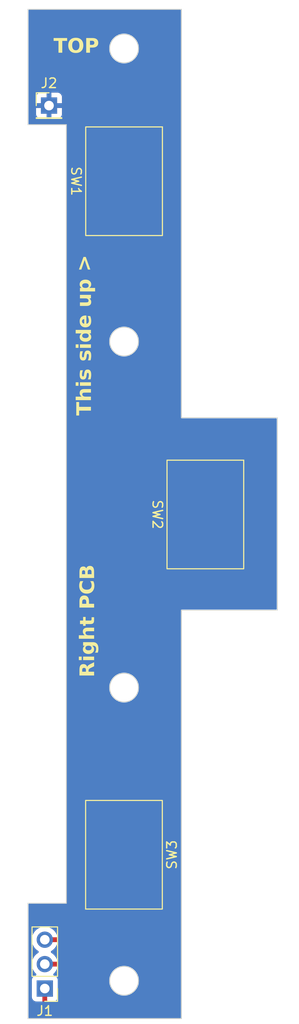
<source format=kicad_pcb>
(kicad_pcb (version 20221018) (generator pcbnew)
  (layers (0 "F.Cu" signal) (31 "B.Cu" signal) (34 "B.Paste" user) (35 "F.Paste" user) (36 "B.SilkS" user "B.Silkscreen") (37 "F.SilkS" user "F.Silkscreen") (38 "B.Mask" user) (39 "F.Mask" user) (44 "Edge.Cuts" user))
  (net 0 "")
  (net 1 "/D8")
  (net 2 "/D5")
  (net 3 "/D2")
  (net 4 "/GND")
  (footprint "Connector_PinHeader_2.54mm:PinHeader_1x03_P2.54mm_Vertical" (layer "F.Cu") (at 123.36 139.605 180)
    (fp_text reference "J1" (at 0 -2.33) (layer "F.SilkS"))
    (fp_text value "Conn_01x03")
    (fp_line (start -1.33 -1.33) (end 0 -1.33) (stroke (width 0.12)) (layer "F.SilkS"))
    (fp_line (start -1.33 0) (end -1.33 -1.33) (stroke (width 0.12)) (layer "F.SilkS"))
    (fp_line (start -1.33 1.27) (end -1.33 6.41) (stroke (width 0.12)) (layer "F.SilkS"))
    (fp_line (start -1.33 1.27) (end 1.33 1.27) (stroke (width 0.12)) (layer "F.SilkS"))
    (fp_line (start -1.33 6.41) (end 1.33 6.41) (stroke (width 0.12)) (layer "F.SilkS"))
    (fp_line (start 1.33 1.27) (end 1.33 6.41) (stroke (width 0.12)) (layer "F.SilkS"))
    (pad "1" thru_hole rect (at 0 0 180) (size 1.7 1.7) (drill 1) (layers "*.Cu" "*.Mask") (net 1 "/D8"))
    (pad "2" thru_hole oval (at 0 2.54 180) (size 1.7 1.7) (drill 1) (layers "*.Cu" "*.Mask") (net 2 "/D5"))
    (pad "3" thru_hole oval (at 0 5.08 180) (size 1.7 1.7) (drill 1) (layers "*.Cu" "*.Mask") (net 3 "/D2"))
  )
  (footprint "Design:Button" (layer "F.Cu") (at 131.63 55.615 -90)
    (fp_text reference "SW1" (at 0 5 -90 unlocked) (layer "F.SilkS"))
    (fp_text value "SW_Push")
    (fp_rect (start -5.65 -4) (end 5.65 4) (stroke (width 0.12)) (fill none) (layer "F.SilkS"))
    (pad "1" smd roundrect (at -7 -2.5 270) (size 3 1.6) (layers "F.Cu" "F.Paste" "F.Mask") (net 4 "/GND"))
    (pad "1" smd roundrect (at 7 -2.5 270) (size 3 1.6) (layers "F.Cu" "F.Paste" "F.Mask") (net 4 "/GND"))
    (pad "2" smd roundrect (at -7 2.5 270) (size 3 1.6) (layers "F.Cu" "F.Paste" "F.Mask") (net 3 "/D2"))
    (pad "2" smd roundrect (at 7 2.5 270) (size 3 1.6) (layers "F.Cu" "F.Paste" "F.Mask") (net 3 "/D2"))
  )
  (footprint "Connector_PinHeader_2.54mm:PinHeader_1x01_P2.54mm_Vertical" (layer "F.Cu") (at 123.8 47.745)
    (fp_text reference "J2" (at 0 -2.33) (layer "F.SilkS"))
    (fp_text value "Conn_01x01")
    (fp_line (start -1.33 -1.33) (end 0 -1.33) (stroke (width 0.12)) (layer "F.SilkS"))
    (fp_line (start -1.33 0) (end -1.33 -1.33) (stroke (width 0.12)) (layer "F.SilkS"))
    (fp_line (start -1.33 1.27) (end -1.33 1.33) (stroke (width 0.12)) (layer "F.SilkS"))
    (fp_line (start -1.33 1.27) (end 1.33 1.27) (stroke (width 0.12)) (layer "F.SilkS"))
    (fp_line (start -1.33 1.33) (end 1.33 1.33) (stroke (width 0.12)) (layer "F.SilkS"))
    (fp_line (start 1.33 1.27) (end 1.33 1.33) (stroke (width 0.12)) (layer "F.SilkS"))
    (pad "1" thru_hole rect (at 0 0) (size 1.7 1.7) (drill 1) (layers "*.Cu" "*.Mask") (net 4 "/GND"))
  )
  (footprint "Design:Button" (layer "F.Cu") (at 131.62 125.685 90)
    (fp_text reference "SW3" (at 0 5 90 unlocked) (layer "F.SilkS"))
    (fp_text value "SW_Push")
    (fp_rect (start -5.65 -4) (end 5.65 4) (stroke (width 0.12)) (fill none) (layer "F.SilkS"))
    (pad "1" smd roundrect (at -7 -2.5 90) (size 3 1.6) (layers "F.Cu" "F.Paste" "F.Mask") (net 4 "/GND"))
    (pad "1" smd roundrect (at 7 -2.5 90) (size 3 1.6) (layers "F.Cu" "F.Paste" "F.Mask") (net 4 "/GND"))
    (pad "2" smd roundrect (at -7 2.5 90) (size 3 1.6) (layers "F.Cu" "F.Paste" "F.Mask") (net 1 "/D8"))
    (pad "2" smd roundrect (at 7 2.5 90) (size 3 1.6) (layers "F.Cu" "F.Paste" "F.Mask") (net 1 "/D8"))
  )
  (footprint "Design:Button" (layer "F.Cu") (at 140.11 90.285 -90)
    (fp_text reference "SW2" (at 0 5 -90 unlocked) (layer "F.SilkS"))
    (fp_text value "SW_Push")
    (fp_rect (start -5.65 -4) (end 5.65 4) (stroke (width 0.12)) (fill none) (layer "F.SilkS"))
    (pad "1" smd roundrect (at -7 -2.5 270) (size 3 1.6) (layers "F.Cu" "F.Paste" "F.Mask") (net 4 "/GND"))
    (pad "1" smd roundrect (at 7 -2.5 270) (size 3 1.6) (layers "F.Cu" "F.Paste" "F.Mask") (net 4 "/GND"))
    (pad "2" smd roundrect (at -7 2.5 270) (size 3 1.6) (layers "F.Cu" "F.Paste" "F.Mask") (net 2 "/D5"))
    (pad "2" smd roundrect (at 7 2.5 270) (size 3 1.6) (layers "F.Cu" "F.Paste" "F.Mask") (net 2 "/D5"))
  )
  (gr_line (start 121.61 130.73) (end 121.61 142.73) (stroke (width 0.1)) (layer "Edge.Cuts"))
  (gr_line (start 147.61 100.23) (end 147.61 80.23) (stroke (width 0.1)) (layer "Edge.Cuts"))
  (gr_line (start 137.61 37.73) (end 121.61 37.73) (stroke (width 0.1)) (layer "Edge.Cuts"))
  (gr_circle (center 131.63 41.805) (end 133.13 41.805) (stroke (width 0.1)) (fill none) (layer "Edge.Cuts"))
  (gr_line (start 125.61 93.23) (end 125.61 130.73) (stroke (width 0.1)) (layer "Edge.Cuts"))
  (gr_circle (center 131.63 138.795) (end 133.13 138.795) (stroke (width 0.1)) (fill none) (layer "Edge.Cuts"))
  (gr_circle (center 131.63 108.295) (end 133.13 108.295) (stroke (width 0.1)) (fill none) (layer "Edge.Cuts"))
  (gr_line (start 121.61 49.73) (end 125.61 49.73) (stroke (width 0.1)) (layer "Edge.Cuts"))
  (gr_line (start 125.61 49.73) (end 125.61 93.23) (stroke (width 0.1)) (layer "Edge.Cuts"))
  (gr_line (start 121.61 37.73) (end 121.61 49.73) (stroke (width 0.1)) (layer "Edge.Cuts"))
  (gr_line (start 121.61 142.73) (end 137.61 142.73) (stroke (width 0.1)) (layer "Edge.Cuts"))
  (gr_circle (center 131.63 72.295) (end 133.13 72.295) (stroke (width 0.1)) (fill none) (layer "Edge.Cuts"))
  (gr_line (start 137.61 100.23) (end 147.61 100.23) (stroke (width 0.1)) (layer "Edge.Cuts"))
  (gr_line (start 137.61 142.73) (end 137.61 100.23) (stroke (width 0.1)) (layer "Edge.Cuts"))
  (gr_line (start 125.61 130.73) (end 121.61 130.73) (stroke (width 0.1)) (layer "Edge.Cuts"))
  (gr_line (start 137.61 80.23) (end 137.61 37.73) (stroke (width 0.1)) (layer "Edge.Cuts"))
  (gr_line (start 147.61 80.23) (end 137.61 80.23) (stroke (width 0.1)) (layer "Edge.Cuts"))
  (gr_text "Right PCB" (at 128.76 107.23 90) (layer "F.SilkS") (effects (font (size 1.5 1.5) (thickness 0.3) bold) (justify left bottom)))
  (gr_text "This side up >" (at 128.43 80 90) (layer "F.SilkS") (effects (font (size 1.5 1.5) (thickness 0.3) bold) (justify left bottom)))
  (gr_text "TOP" (at 124.27 42.5) (layer "F.SilkS") (effects (font (size 1.5 1.5) (thickness 0.3) bold) (justify left bottom)))
  (segment (start 134.12 132.685) (end 134.12 141.025) (width 0.5) (layer "F.Cu") (net 1))
  (segment (start 133.45 141.695) (end 124.11 141.695) (width 0.5) (layer "F.Cu") (net 1))
  (segment (start 134.12 118.685) (end 134.12 132.685) (width 0.5) (layer "F.Cu") (net 1))
  (segment (start 134.12 141.025) (end 133.45 141.695) (width 0.5) (layer "F.Cu") (net 1))
  (segment (start 124.11 141.695) (end 123.36 140.945) (width 0.5) (layer "F.Cu") (net 1))
  (segment (start 123.36 140.945) (end 123.36 139.605) (width 0.5) (layer "F.Cu") (net 1))
  (segment (start 137.61 97.285) (end 135.92 97.285) (width 0.5) (layer "F.Cu") (net 2))
  (segment (start 131.64 114.585) (end 131.64 135.755) (width 0.5) (layer "F.Cu") (net 2))
  (segment (start 135.24 97.965) (end 135.24 112.755) (width 0.5) (layer "F.Cu") (net 2))
  (segment (start 137.61 83.285) (end 137.61 97.285) (width 0.5) (layer "F.Cu") (net 2))
  (segment (start 132.59 113.635) (end 131.64 114.585) (width 0.5) (layer "F.Cu") (net 2))
  (segment (start 130.33 137.065) (end 123.36 137.065) (width 0.5) (layer "F.Cu") (net 2))
  (segment (start 131.64 135.755) (end 130.33 137.065) (width 0.5) (layer "F.Cu") (net 2))
  (segment (start 134.36 113.635) (end 132.59 113.635) (width 0.5) (layer "F.Cu") (net 2))
  (segment (start 135.24 112.755) (end 134.36 113.635) (width 0.5) (layer "F.Cu") (net 2))
  (segment (start 135.92 97.285) (end 135.24 97.965) (width 0.5) (layer "F.Cu") (net 2))
  (segment (start 127.13 62.615) (end 126.63 63.115) (width 0.5) (layer "F.Cu") (net 3))
  (segment (start 129.13 48.615) (end 129.13 62.615) (width 0.5) (layer "F.Cu") (net 3))
  (segment (start 129.13 62.615) (end 127.13 62.615) (width 0.5) (layer "F.Cu") (net 3))
  (segment (start 126.63 133.955) (end 126.06 134.525) (width 0.5) (layer "F.Cu") (net 3))
  (segment (start 126.06 134.525) (end 123.36 134.525) (width 0.5) (layer "F.Cu") (net 3))
  (segment (start 126.63 63.115) (end 126.63 133.955) (width 0.5) (layer "F.Cu") (net 3))
  (zone (net 4) (net_name "/GND") (layers "F&B.Cu") (connect_pads (clearance 0.5)) (min_thickness 0.25) (fill yes (thermal_gap 0.5) (thermal_bridge_width 0.5))
    (polygon (pts (xy 120.92 143.3) (xy 149.88 143.24) (xy 149.71 36.76) (xy 120.3 36.76)))
  )
)
</source>
